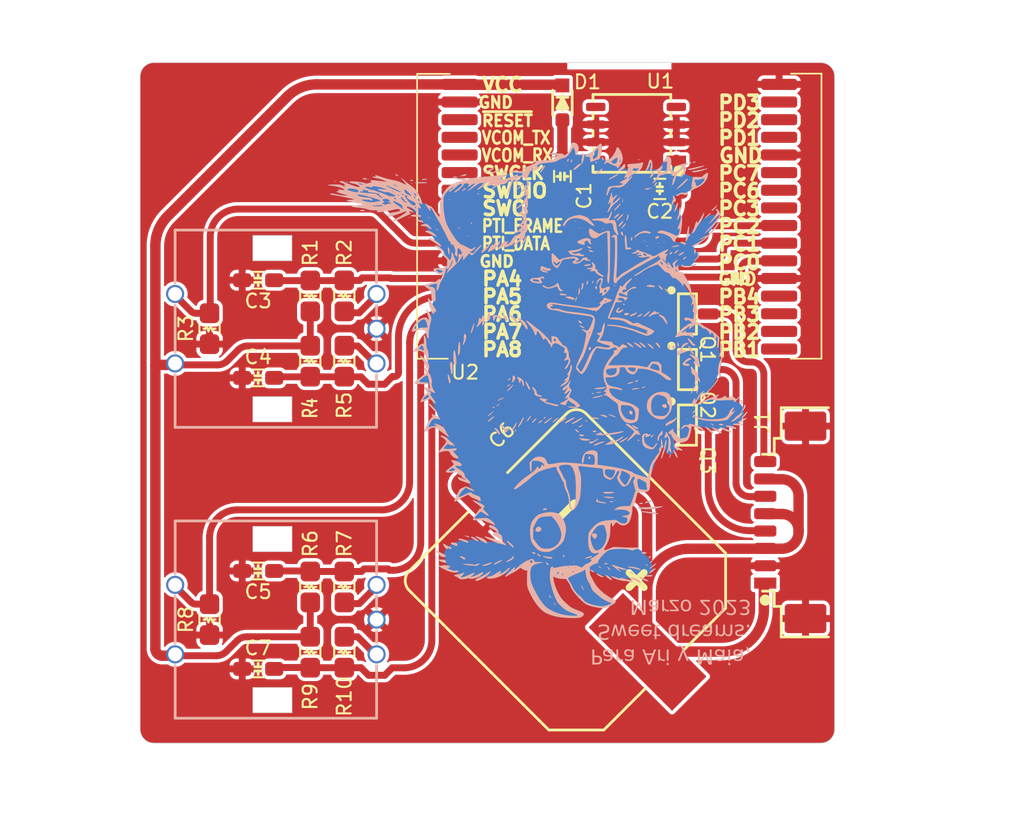
<source format=kicad_pcb>
(kicad_pcb (version 20221018) (generator pcbnew)
  (layers (0 "F.Cu" signal) (31 "B.Cu" signal) (34 "B.Paste" user) (35 "F.Paste" user) (36 "B.SilkS" user "B.Silkscreen") (37 "F.SilkS" user "F.Silkscreen") (38 "B.Mask" user) (39 "F.Mask" user) (44 "Edge.Cuts" user))
  (property "GIT_HASH" "<70cef97>")
  (property "TODAY" "2023-06-29")
  (property "git_hash" "Git hash: <2dc1eef>")
  (net 0 "")
  (net 1 "GND")
  (net 2 "+24V")
  (net 3 "LED0")
  (net 4 "VCC")
  (net 5 "PWM1")
  (net 6 "PWM2")
  (net 7 "ENC0_A")
  (net 8 "BTN0")
  (net 9 "BTN1")
  (net 10 "LED1")
  (net 11 "PWM0")
  (net 12 "LED2")
  (net 13 "Net-(R4-Pad2)")
  (net 14 "ENC1_B")
  (net 15 "Net-(D1-A)")
  (net 26 "Net-(R2-Pad2)")
  (net 27 "Net-(R9-Pad2)")
  (net 34 "Net-(R7-Pad2)")
  (net 38 "ENC0_B")
  (net 39 "ENC1_A")
  (footprint "Gruffalo_Dimmer:0805-R_Handsolder" (layer "F.Cu") (at 89.7 92.3 -90)
    (fp_text reference "R2")
    (fp_text value "10kΩ")
  )
  (footprint "Gruffalo_Dimmer:0805-R_Handsolder" (layer "F.Cu") (at 80 94.66 90)
    (fp_text reference "R3")
    (fp_text value "10kΩ")
  )
  (footprint "Gruffalo_Dimmer:0805-C_Handsolder" (layer "F.Cu") (at 112.41 84.6)
    (fp_text reference "C2")
    (fp_text value "330nF")
  )
  (footprint "Gruffalo_Dimmer:0805-R_Handsolder" (layer "F.Cu") (at 87.25 117.95 -90)
    (fp_text reference "R9")
    (fp_text value "10kΩ")
  )
  (footprint "Gruffalo_Dimmer:SOT-23 - NMOS - GDS" (layer "F.Cu") (at 114.4 93.6 -90)
    (fp_text reference "Q1")
    (fp_text value "2N7002K-7")
  )
  (footprint "Gruffalo_Dimmer:Receptacle - Molex PicoBlade - SMD Right Angle 1x08" (layer "F.Cu") (at 122.9 108.6 90)
    (fp_text reference "J1")
    (fp_text value "Molex PicoBlade 53261-0871 1x08")
  )
  (footprint "Gruffalo_Dimmer:0805-R_Handsolder" (layer "F.Cu") (at 87.25 92.3 -90)
    (fp_text reference "R1")
    (fp_text value "10kΩ")
  )
  (footprint "Gruffalo_Dimmer:0805-R_Handsolder" (layer "F.Cu") (at 87.25 97 -90)
    (fp_text reference "R4")
    (fp_text value "10kΩ")
  )
  (footprint "Gruffalo_Dimmer:0603-1.6x0.8mm-C_Handsolder" (layer "F.Cu") (at 83.5 98.2)
    (fp_text reference "C4")
    (fp_text value "10nF")
  )
  (footprint "Gruffalo_Dimmer:Electrolytic Cap - ⌀16mm, h17mm - SMD - Handsolder" (layer "F.Cu") (at 106.4 112.8 45)
    (fp_text reference "C6")
    (fp_text value "1000μF")
  )
  (footprint "Gruffalo_Dimmer:0603-1.6x0.8mm-C_Handsolder" (layer "F.Cu") (at 83.5 112.1 180)
    (fp_text reference "C5")
    (fp_text value "10nF")
  )
  (footprint "Gruffalo_Dimmer:SOT-23 - NMOS - GDS" (layer "F.Cu") (at 114.4 97.6 -90)
    (fp_text reference "Q2")
    (fp_text value "2N7002K-7")
  )
  (footprint "Gruffalo_Dimmer:0805-R_Handsolder" (layer "F.Cu") (at 87.25 113.25 -90)
    (fp_text reference "R6")
    (fp_text value "10kΩ")
  )
  (footprint "BGM220P_Breakout:BGM220P_Header_SMD" (layer "F.Cu") (at 109.5 86.6)
    (fp_text reference "U2")
    (fp_text value "BGM220P")
  )
  (footprint "Gruffalo_Dimmer:0805-R_Handsolder" (layer "F.Cu") (at 89.7 113.25 -90)
    (fp_text reference "R7")
    (fp_text value "10kΩ")
  )
  (footprint "Gruffalo_Dimmer:0603-1.6x0.8mm-C_Handsolder" (layer "F.Cu") (at 105.4 83.7 90)
    (fp_text reference "C1")
    (fp_text value "100nF")
  )
  (footprint "Gruffalo_Dimmer:D_SOD-323_HandSoldering" (layer "F.Cu") (at 105.4 78.4 -90)
    (fp_text reference "D1")
    (fp_text value "CUS08F30,H3F")
  )
  (footprint "Gruffalo_Dimmer:0603-1.6x0.8mm-C_Handsolder" (layer "F.Cu") (at 83.5 119.15)
    (fp_text reference "C7")
    (fp_text value "10nF")
  )
  (footprint "Gruffalo_Dimmer:0603-1.6x0.8mm-C_Handsolder" (layer "F.Cu") (at 83.5 91.17 180)
    (fp_text reference "C3")
    (fp_text value "10nF")
  )
  (footprint "Gruffalo_Dimmer:SO-8 - 6x4.9mm p1.27mm - L78L33A - ST" (layer "F.Cu") (at 110.7 80.6 90)
    (fp_text reference "U1")
    (fp_text value "L78L33A")
  )
  (footprint "Gruffalo_Dimmer:0805-R_Handsolder" (layer "F.Cu") (at 89.7 97 90)
    (fp_text reference "R5")
    (fp_text value "10kΩ")
  )
  (footprint "Gruffalo_Dimmer:0805-R_Handsolder" (layer "F.Cu") (at 89.7 117.95 90)
    (fp_text reference "R10")
    (fp_text value "10kΩ")
  )
  (footprint "Gruffalo_Dimmer:SOT-23 - NMOS - GDS" (layer "F.Cu") (at 114.4 101.6 -90)
    (fp_text reference "Q3")
    (fp_text value "2N7002K-7")
  )
  (footprint "Gruffalo_Dimmer:0805-R_Handsolder" (layer "F.Cu") (at 80 115.6 90)
    (fp_text reference "R8")
    (fp_text value "10kΩ")
  )
  (footprint "Gruffalo_Dimmer:Rotary Encoder - PEC11R - ∅11mm" (layer "B.Cu") (at 84.52 94.66 90)
    (fp_text reference "SW101" hide)
    (fp_text value "N/A")
    (fp_line (start -6.7 -1.4) (end -4.9 -1.4) (stroke (width 0.05)) (layer "Edge.Cuts"))
    (fp_line (start -6.7 1.4) (end -6.7 -1.4) (stroke (width 0.05)) (layer "Edge.Cuts"))
    (fp_line (start -4.9 -1.4) (end -4.9 1.4) (stroke (width 0.05)) (layer "Edge.Cuts"))
    (fp_line (start -4.9 1.4) (end -6.7 1.4) (stroke (width 0.05)) (layer "Edge.Cuts"))
    (fp_line (start 4.9 -1.4) (end 6.7 -1.4) (stroke (width 0.05)) (layer "Edge.Cuts"))
    (fp_line (start 4.9 1.4) (end 4.9 -1.4) (stroke (width 0.05)) (layer "Edge.Cuts"))
    (fp_line (start 6.7 -1.4) (end 6.7 1.4) (stroke (width 0.05)) (layer "Edge.Cuts"))
    (fp_line (start 6.7 1.4) (end 4.9 1.4) (stroke (width 0.05)) (layer "Edge.Cuts"))
  )
  (footprint "Gruffalo_Dimmer:Rotary Encoder - PEC11R - ∅11mm" (layer "B.Cu") (at 84.525 115.6 90)
    (fp_text reference "SW102" hide)
    (fp_text value "N/A")
    (fp_line (start -6.7 -1.4) (end -4.9 -1.4) (stroke (width 0.05)) (layer "Edge.Cuts"))
    (fp_line (start -6.7 1.4) (end -6.7 -1.4) (stroke (width 0.05)) (layer "Edge.Cuts"))
    (fp_line (start -4.9 -1.4) (end -4.9 1.4) (stroke (width 0.05)) (layer "Edge.Cuts"))
    (fp_line (start -4.9 1.4) (end -6.7 1.4) (stroke (width 0.05)) (layer "Edge.Cuts"))
    (fp_line (start 4.9 -1.4) (end 6.7 -1.4) (stroke (width 0.05)) (layer "Edge.Cuts"))
    (fp_line (start 4.9 1.4) (end 4.9 -1.4) (stroke (width 0.05)) (layer "Edge.Cuts"))
    (fp_line (start 6.7 -1.4) (end 6.7 1.4) (stroke (width 0.05)) (layer "Edge.Cuts"))
    (fp_line (start 6.7 1.4) (end 4.9 1.4) (stroke (width 0.05)) (layer "Edge.Cuts"))
  )
  (footprint "Gruffalo_Dimmer:Gruffalo_Art" (layer "B.Cu") (at 88.534986 115.491988)
    (fp_text reference "G101" hide)
    (fp_text value "PCB Art")
  )
  (gr_arc (start 124 75.5) (mid 124.707107 75.792893) (end 125 76.5) (stroke (width 0.05)) (layer "Edge.Cuts"))
  (gr_line (start 76 75.5) (end 124 75.5) (stroke (width 0.05)) (layer "Edge.Cuts"))
  (gr_line (start 125 76.5) (end 125 123.5) (stroke (width 0.05)) (layer "Edge.Cuts"))
  (gr_arc (start 75 76.5) (mid 75.292893 75.792893) (end 76 75.5) (stroke (width 0.05)) (layer "Edge.Cuts"))
  (gr_arc (start 125 123.5) (mid 124.707107 124.207107) (end 124 124.5) (stroke (width 0.05)) (layer "Edge.Cuts"))
  (gr_line (start 75 123.5) (end 75 76.5) (stroke (width 0.05)) (layer "Edge.Cuts"))
  (gr_arc (start 76 124.5) (mid 75.292893 124.207107) (end 75 123.5) (stroke (width 0.05)) (layer "Edge.Cuts"))
  (gr_line (start 124 124.5) (end 76 124.5) (stroke (width 0.05)) (layer "Edge.Cuts"))
  (gr_text "Para Ari y Maia,\nSweet dreams.\nMarzo 2023" (at 119 114 180) (layer "B.SilkS") (effects (font (size 1.0625 1.0625) (thickness 0.1875)) (justify right bottom mirror)))
  (segment (start 120 110.475) (end 119.975 110.5) (width 0.75) (layer "F.Cu") (net 2))
  (segment (start 109.35 106.6) (end 110 106.6) (width 0.75) (layer "F.Cu") (net 2))
  (segment (start 111.5 114) (end 111.5 108.1) (width 0.75) (layer "F.Cu") (net 2))
  (segment (start 119.9 112.975) (end 119.9 114.903048) (width 0.75) (layer "F.Cu") (net 2))
  (segment (start 111.5 117.9) (end 111.526524 117.926524) (width 0.75) (layer "F.Cu") (net 2))
  (segment (start 122.4 109.2) (end 122.4 106.7) (width 0.75) (layer "F.Cu") (net 2))
  (segment (start 119.975 110.5) (end 114.5 110.5) (width 0.75) (layer "F.Cu") (net 2))
  (segment (start 112.4 86.85) (end 111.85 86.85) (width 0.75) (layer "F.Cu") (net 2))
  (segment (start 120.025 105.5) (end 120 105.475) (width 0.75) (layer "F.Cu") (net 2))
  (segment (start 120.025 108) (end 120 107.975) (width 0.75) (layer "F.Cu") (net 2))
  (segment (start 120.025 110.5) (end 120 110.475) (width 0.75) (layer "F.Cu") (net 2))
  (segment (start 113.6 84.6) (end 113.6 85.65) (width 0.75) (layer "F.Cu") (net 2))
  (segment (start 111.5 114) (end 111.5 117.9) (width 0.75) (layer "F.Cu") (net 2))
  (segment (start 113.6 82.505) (end 113.6 84.6) (width 0.75) (layer "F.Cu") (net 2))
  (segment (start 116.9 117.903048) (end 111.55 117.903048) (width 0.75) (layer "F.Cu") (net 2))
  (segment (start 120.025 110.5) (end 121.2 110.5) (width 0.75) (layer "F.Cu") (net 2))
  (segment (start 107.85 90.85) (end 107.85 105.1) (width 0.75) (layer "F.Cu") (net 2))
  (segment (start 111.55 117.903048) (end 111.526524 117.926524) (width 0.75) (layer "F.Cu") (net 2))
  (segment (start 121.2 105.5) (end 120.025 105.5) (width 0.75) (layer "F.Cu") (net 2))
  (segment (start 121.2 108) (end 120.025 108) (width 0.75) (layer "F.Cu") (net 2))
  (segment (start 122.4 109.3) (end 122.4 109.2) (width 0.75) (layer "F.Cu") (net 2))
  (segment (start 119.9 112.975) (end 119.925 113) (width 0.75) (layer "F.Cu") (net 2))
  (segment (start 111.5 113.5) (end 111.5 114) (width 0.75) (layer "F.Cu") (net 2))
  (arc (start 121.2 108) (mid 122.048528 108.351472) (end 122.4 109.2) (width 0.75) (layer "F.Cu") (net 2))
  (arc (start 122.4 106.7) (mid 122.048528 105.851472) (end 121.2 105.5) (width 0.75) (layer "F.Cu") (net 2))
  (arc (start 121.2 110.5) (mid 122.048528 110.148528) (end 122.4 109.3) (width 0.75) (layer "F.Cu") (net 2))
  (arc (start 114.5 110.5) (mid 112.37868 111.37868) (end 111.5 113.5) (width 0.75) (layer "F.Cu") (net 2))
  (arc (start 112.4 86.85) (mid 113.248528 86.498528) (end 113.6 85.65) (width 0.75) (layer "F.Cu") (net 2))
  (arc (start 107.85 90.85) (mid 109.021573 88.021573) (end 111.85 86.85) (width 0.75) (layer "F.Cu") (net 2))
  (arc (start 107.85 105.1) (mid 108.28934 106.16066) (end 109.35 106.6) (width 0.75) (layer "F.Cu") (net 2))
  (arc (start 111.5 108.1) (mid 111.06066 107.03934) (end 110 106.6) (width 0.75) (layer "F.Cu") (net 2))
  (arc (start 116.9 117.903048) (mid 119.02132 117.024368) (end 119.9 114.903048) (width 0.75) (layer "F.Cu") (net 2))
  (segment (start 119.975 109.2) (end 118.9 109.2) (width 0.5) (layer "F.Cu") (net 3))
  (segment (start 120 109.225) (end 119.975 109.2) (width 0.5) (layer "F.Cu") (net 3))
  (segment (start 115.9 106.2) (end 115.9 101.6) (width 0.5) (layer "F.Cu") (net 3))
  (arc (start 115.9 106.2) (mid 116.77868 108.32132) (end 118.9 109.2) (width 0.5) (layer "F.Cu") (net 3))
  (segment (start 80.571877 97.263909) (end 77.525 97.263909) (width 0.5) (layer "F.Cu") (net 4))
  (segment (start 76.1 88.692641) (end 76.1 97.35) (width 0.75) (layer "F.Cu") (net 4))
  (segment (start 80.485786 118.2) (end 77.525 118.2) (width 0.5) (layer "F.Cu") (net 4))
  (segment (start 87.25 95.901409) (end 82.762805 95.901409) (width 0.5) (layer "F.Cu") (net 4))
  (segment (start 76.186091 97.263909) (end 77.525 97.263909) (width 0.75) (layer "F.Cu") (net 4))
  (segment (start 82.055698 96.194302) (end 81.278984 96.971016) (width 0.5) (layer "F.Cu") (net 4))
  (segment (start 76.6 118.2) (end 77.525 118.2) (width 0.75) (layer "F.Cu") (net 4))
  (segment (start 98.025 77.1) (end 105.35 77.1) (width 0.75) (layer "F.Cu") (net 4))
  (segment (start 87.717641 77.075) (end 98 77.075) (width 0.75) (layer "F.Cu") (net 4))
  (segment (start 87.25 116.8375) (end 82.676714 116.8375) (width 0.5) (layer "F.Cu") (net 4))
  (segment (start 81.969607 117.130393) (end 81.192893 117.907107) (width 0.5) (layer "F.Cu") (net 4))
  (segment (start 85.59632 77.95368) (end 76.978679 86.571321) (width 0.75) (layer "F.Cu") (net 4))
  (segment (start 105.35 77.1) (end 105.4 77.15) (width 0.75) (layer "F.Cu") (net 4))
  (segment (start 87.25 116.8375) (end 87.25 114.3625) (width 0.5) (layer "F.Cu") (net 4))
  (segment (start 87.25 93.426409) (end 87.25 95.901409) (width 0.5) (layer "F.Cu") (net 4))
  (segment (start 76.1 97.35) (end 76.1 117.7) (width 0.75) (layer "F.Cu") (net 4))
  (segment (start 76.1 97.35) (end 76.186091 97.263909) (width 0.75) (layer "F.Cu") (net 4))
  (segment (start 98 77.075) (end 98.025 77.1) (width 0.75) (layer "F.Cu") (net 4))
  (arc (start 76.6 118.2) (mid 76.246447 118.053553) (end 76.1 117.7) (width 0.75) (layer "F.Cu") (net 4))
  (arc (start 76.1 88.692641) (mid 76.328361 87.544591) (end 76.978679 86.571321) (width 0.75) (layer "F.Cu") (net 4))
  (arc (start 82.676714 116.8375) (mid 82.294031 116.91362) (end 81.969607 117.130393) (width 0.5) (layer "F.Cu") (net 4))
  (arc (start 82.762805 95.901409) (mid 82.380122 95.977529) (end 82.055698 96.194302) (width 0.5) (layer "F.Cu") (net 4))
  (arc (start 87.717641 77.075) (mid 86.56959 77.303362) (end 85.59632 77.95368) (width 0.75) (layer "F.Cu") (net 4))
  (arc (start 81.278984 96.971016) (mid 80.954561 97.187789) (end 80.571877 97.263909) (width 0.5) (layer "F.Cu") (net 4))
  (arc (start 81.192893 117.907107) (mid 80.86847 118.12388) (end 80.485786 118.2) (width 0.5) (layer "F.Cu") (net 4))
  (segment (start 112.05 96.65) (end 112.9 96.65) (width 0.5) (layer "F.Cu") (net 5))
  (segment (start 117.5 88.5) (end 117.505 88.505) (width 0.5) (layer "F.Cu") (net 5))
  (segment (start 117 89) (end 117 89.15) (width 0.5) (layer "F.Cu") (net 5))
  (segment (start 113.75 89.65) (end 116.5 89.65) (width 0.5) (layer "F.Cu") (net 5))
  (segment (start 117.505 88.505) (end 121 88.505) (width 0.5) (layer "F.Cu") (net 5))
  (segment (start 111.25 92.15) (end 111.25 95.85) (width 0.5) (layer "F.Cu") (net 5))
  (arc (start 116.5 89.65) (mid 116.853553 89.503553) (end 117 89.15) (width 0.5) (layer "F.Cu") (net 5))
  (arc (start 111.25 95.85) (mid 111.484315 96.415685) (end 112.05 96.65) (width 0.5) (layer "F.Cu") (net 5))
  (arc (start 113.75 89.65) (mid 111.982233 90.382233) (end 111.25 92.15) (width 0.5) (layer "F.Cu") (net 5))
  (arc (start 117.5 88.5) (mid 117.146447 88.646447) (end 117 89) (width 0.5) (layer "F.Cu") (net 5))
  (segment (start 112.9 92.65) (end 112.9 92.15) (width 0.5) (layer "F.Cu") (net 6))
  (segment (start 120.975 89.8) (end 121 89.775) (width 0.5) (layer "F.Cu") (net 6))
  (segment (start 118.3 90.3) (end 118.3 90.45) (width 0.5) (layer "F.Cu") (net 6))
  (segment (start 118.8 89.8) (end 120.975 89.8) (width 0.5) (layer "F.Cu") (net 6))
  (segment (start 117.8 90.95) (end 114.1 90.95) (width 0.5) (layer "F.Cu") (net 6))
  (arc (start 118.8 89.8) (mid 118.446447 89.946447) (end 118.3 90.3) (width 0.5) (layer "F.Cu") (net 6))
  (arc (start 114.1 90.95) (mid 113.251472 91.301472) (end 112.9 92.15) (width 0.5) (layer "F.Cu") (net 6))
  (arc (start 117.8 90.95) (mid 118.153553 90.803553) (end 118.3 90.45) (width 0.5) (layer "F.Cu") (net 6))
  (segment (start 92.95 112.05) (end 93.2 112.05) (width 0.5) (layer "F.Cu") (net 7))
  (segment (start 84.65 112.1) (end 87.2125 112.1) (width 0.5) (layer "F.Cu") (net 7))
  (segment (start 91.125 111.95) (end 92.85 111.95) (width 0.5) (layer "F.Cu") (net 7))
  (segment (start 92.85 111.95) (end 92.95 112.05) (width 0.5) (layer "F.Cu") (net 7))
  (segment (start 96.5 94.9) (end 97.955 94.9) (width 0.5) (layer "F.Cu") (net 7))
  (segment (start 95.2 110.05) (end 95.2 96.2) (width 0.5) (layer "F.Cu") (net 7))
  (segment (start 87.2125 112.1) (end 87.25 112.1375) (width 0.5) (layer "F.Cu") (net 7))
  (segment (start 97.955 94.9) (end 98 94.855) (width 0.5) (layer "F.Cu") (net 7))
  (segment (start 87.25 112.1375) (end 89.7 112.1375) (width 0.5) (layer "F.Cu") (net 7))
  (segment (start 90.9375 112.1375) (end 91.125 111.95) (width 0.5) (layer "F.Cu") (net 7))
  (segment (start 89.7 112.1375) (end 90.9375 112.1375) (width 0.5) (layer "F.Cu") (net 7))
  (arc (start 95.2 96.2) (mid 95.580761 95.280761) (end 96.5 94.9) (width 0.5) (layer "F.Cu") (net 7))
  (arc (start 93.2 112.05) (mid 94.614214 111.464214) (end 95.2 110.05) (width 0.5) (layer "F.Cu") (net 7))
  (segment (start 81.114355 107.904089) (end 81.356345 107.803854) (width 0.5) (layer "F.Cu") (net 8))
  (segment (start 97.985 93.6) (end 98 93.585) (width 0.5) (layer "F.Cu") (net 8))
  (segment (start 81.609348 107.736062) (end 81.869036 107.701873) (width 0.5) (layer "F.Cu") (net 8))
  (segment (start 96.5 93.6) (end 97.985 93.6) (width 0.5) (layer "F.Cu") (net 8))
  (segment (start 80.036062 109.309348) (end 80.103854 109.056345) (width 0.5) (layer "F.Cu") (net 8))
  (segment (start 80.103854 109.056345) (end 80.204089 108.814355) (width 0.5) (layer "F.Cu") (net 8))
  (segment (start 78.666053 114.341053) (end 77.525 113.2) (width 0.5) (layer "F.Cu") (net 8))
  (segment (start 80 109.7) (end 80.001873 109.569036) (width 0.5) (layer "F.Cu") (net 8))
  (segment (start 81.356345 107.803854) (end 81.609348 107.736062) (width 0.5) (layer "F.Cu") (net 8))
  (segment (start 81.869036 107.701873) (end 82 107.7) (width 0.5) (layer "F.Cu") (net 8))
  (segment (start 80.335054 108.587518) (end 80.494505 108.379717) (width 0.5) (layer "F.Cu") (net 8))
  (segment (start 80 114.4875) (end 79.019607 114.4875) (width 0.5) (layer "F.Cu") (net 8))
  (segment (start 80.494505 108.379717) (end 80.679717 108.194505) (width 0.5) (layer "F.Cu") (net 8))
  (segment (start 80.001873 109.569036) (end 80.036062 109.309348) (width 0.5) (layer "F.Cu") (net 8))
  (segment (start 82 107.7) (end 92.4 107.7) (width 0.5) (layer "F.Cu") (net 8))
  (segment (start 80 114.4875) (end 80 109.7) (width 0.5) (layer "F.Cu") (net 8))
  (segment (start 80.887518 108.035054) (end 81.114355 107.904089) (width 0.5) (layer "F.Cu") (net 8))
  (segment (start 80.204089 108.814355) (end 80.335054 108.587518) (width 0.5) (layer "F.Cu") (net 8))
  (segment (start 80.679717 108.194505) (end 80.887518 108.035054) (width 0.5) (layer "F.Cu") (net 8))
  (segment (start 94.4 105.7) (end 94.4 95.7) (width 0.5) (layer "F.Cu") (net 8))
  (arc (start 94.4 105.7) (mid 93.814214 107.114214) (end 92.4 107.7) (width 0.5) (layer "F.Cu") (net 8))
  (arc (start 78.666053 114.341053) (mid 78.828265 114.44944) (end 79.019607 114.4875) (width 0.5) (layer "F.Cu") (net 8))
  (arc (start 94.4 95.7) (mid 95.015076 94.215076) (end 96.5 93.6) (width 0.5) (layer "F.Cu") (net 8))
  (segment (start 92.242893 86.342893) (end 94.112107 88.212107) (width 0.5) (layer "F.Cu") (net 9))
  (segment (start 80 93.551409) (end 80.05 93.501409) (width 0.5) (layer "F.Cu") (net 9))
  (segment (start 80.05 93.501409) (end 80.05 88.05) (width 0.5) (layer "F.Cu") (net 9))
  (segment (start 80 93.551409) (end 79.019607 93.551409) (width 0.5) (layer "F.Cu") (net 9))
  (segment (start 94.819214 88.505) (end 98 88.505) (width 0.5) (layer "F.Cu") (net 9))
  (segment (start 78.666053 93.404962) (end 77.525 92.263909) (width 0.5) (layer "F.Cu") (net 9))
  (segment (start 82.05 86.05) (end 91.535786 86.05) (width 0.5) (layer "F.Cu") (net 9))
  (arc (start 94.112107 88.212107) (mid 94.436531 88.42888) (end 94.819214 88.505) (width 0.5) (layer "F.Cu") (net 9))
  (arc (start 91.535786 86.05) (mid 91.91847 86.12612) (end 92.242893 86.342893) (width 0.5) (layer "F.Cu") (net 9))
  (arc (start 80.05 88.05) (mid 80.635786 86.635786) (end 82.05 86.05) (width 0.5) (layer "F.Cu") (net 9))
  (arc (start 79.019607 93.551409) (mid 78.828265 93.513349) (end 78.666053 93.404962) (width 0.5) (layer "F.Cu") (net 9))
  (segment (start 118.9 106.75) (end 119.975 106.75) (width 0.5) (layer "F.Cu") (net 10))
  (segment (start 117.9 98.6) (end 117.9 105.75) (width 0.5) (layer "F.Cu") (net 10))
  (segment (start 115.9 97.6) (end 116.9 97.6) (width 0.5) (layer "F.Cu") (net 10))
  (segment (start 119.975 106.75) (end 120 106.725) (width 0.5) (layer "F.Cu") (net 10))
  (arc (start 117.9 98.6) (mid 117.607107 97.892893) (end 116.9 97.6) (width 0.5) (layer "F.Cu") (net 10))
  (arc (start 118.9 106.75) (mid 118.192893 106.457107) (end 117.9 105.75) (width 0.5) (layer "F.Cu") (net 10))
  (segment (start 120.985 87.25) (end 121 87.235) (width 0.5) (layer "F.Cu") (net 11))
  (segment (start 116.2 87.25) (end 120.985 87.25) (width 0.5) (layer "F.Cu") (net 11))
  (segment (start 115.7 87.85) (end 115.7 87.75) (width 0.5) (layer "F.Cu") (net 11))
  (segment (start 112.9 100.65) (end 111.95 100.65) (width 0.5) (layer "F.Cu") (net 11))
  (segment (start 109.95 98.65) (end 109.95 92.15) (width 0.5) (layer "F.Cu") (net 11))
  (segment (start 113.75 88.35) (end 115.2 88.35) (width 0.5) (layer "F.Cu") (net 11))
  (arc (start 115.2 88.35) (mid 115.553553 88.203553) (end 115.7 87.85) (width 0.5) (layer "F.Cu") (net 11))
  (arc (start 109.95 98.65) (mid 110.535786 100.064214) (end 111.95 100.65) (width 0.5) (layer "F.Cu") (net 11))
  (arc (start 109.95 92.15) (mid 111.062994 89.462994) (end 113.75 88.35) (width 0.5) (layer "F.Cu") (net 11))
  (arc (start 116.2 87.25) (mid 115.846447 87.396447) (end 115.7 87.75) (width 0.5) (layer "F.Cu") (net 11))
  (segment (start 115.9 93.6) (end 117 93.6) (width 0.5) (layer "F.Cu") (net 12))
  (segment (start 119.9 97.95) (end 119.9 104.225) (width 0.5) (layer "F.Cu") (net 12))
  (segment (start 117.9 96.15) (end 117.9 94.5) (width 0.5) (layer "F.Cu") (net 12))
  (segment (start 119 97.05) (end 118.8 97.05) (width 0.5) (layer "F.Cu") (net 12))
  (arc (start 119.9 97.95) (mid 119.636396 97.313604) (end 119 97.05) (width 0.5) (layer "F.Cu") (net 12))
  (arc (start 118.8 97.05) (mid 118.163604 96.786396) (end 117.9 96.15) (width 0.5) (layer "F.Cu") (net 12))
  (arc (start 117.9 94.5) (mid 117.636396 93.863604) (end 117 93.6) (width 0.5) (layer "F.Cu") (net 12))
  (segment (start 90.6625 116.8375) (end 89.7 116.8375) (width 0.5) (layer "F.Cu") (net 13))
  (segment (start 92.025 118.2) (end 90.6625 116.8375) (width 0.5) (layer "F.Cu") (net 13))
  (segment (start 93.6 97.81) (end 93.6 95.25) (width 0.5) (layer "F.Cu") (net 14))
  (segment (start 96.5 92.35) (end 97.965 92.35) (width 0.5) (layer "F.Cu") (net 14))
  (segment (start 97.965 92.35) (end 98 92.315) (width 0.5) (layer "F.Cu") (net 14))
  (segment (start 89.7 98.126409) (end 87.25 98.126409) (width 0.5) (layer "F.Cu") (net 14))
  (segment (start 84.7375 98.126409) (end 84.65 98.213909) (width 0.5) (layer "F.Cu") (net 14))
  (segment (start 87.25 98.126409) (end 84.7375 98.126409) (width 0.5) (layer "F.Cu") (net 14))
  (segment (start 91.43 98.66) (end 92.6 98.66) (width 0.5) (layer "F.Cu") (net 14))
  (segment (start 90.896409 98.126409) (end 91.43 98.66) (width 0.5) (layer "F.Cu") (net 14))
  (segment (start 92.6 98.66) (end 93.15 98.11) (width 0.5) (layer "F.Cu") (net 14))
  (segment (start 89.7 98.126409) (end 90.896409 98.126409) (width 0.5) (layer "F.Cu") (net 14))
  (segment (start 93.15 98.11) (end 93.3 98.11) (width 0.5) (layer "F.Cu") (net 14))
  (arc (start 93.6 95.25) (mid 94.44939 93.19939) (end 96.5 92.35) (width 0.5) (layer "F.Cu") (net 14))
  (arc (start 93.6 97.81) (mid 93.512132 98.022132) (end 93.3 98.11) (width 0.5) (layer "F.Cu") (net 14))
  (segment (start 105.445 82.505) (end 105.4 82.55) (width 0.75) (layer "F.Cu") (net 15))
  (segment (start 107.8 82.505) (end 105.445 82.505) (width 0.75) (layer "F.Cu") (net 15))
  (segment (start 105.4 79.65) (end 105.4 82.55) (width 0.75) (layer "F.Cu") (net 15))
  (segment (start 92.025 113.2) (end 90.775 114.45) (width 0.5) (layer "F.Cu") (net 26))
  (segment (start 90.775 114.45) (end 89.7 114.45) (width 0.5) (layer "F.Cu") (net 26))
  (segment (start 90.6625 95.901409) (end 92.025 97.263909) (width 0.5) (layer "F.Cu") (net 27))
  (segment (start 89.7 95.901409) (end 90.6625 95.901409) (width 0.5) (layer "F.Cu") (net 27))
  (segment (start 92.025 92.263909) (end 90.775 93.513909) (width 0.5) (layer "F.Cu") (net 34))
  (segment (start 90.775 93.513909) (end 89.7 93.513909) (width 0.5) (layer "F.Cu") (net 34))
  (segment (start 97.975 96.1) (end 98 96.125) (width 0.5) (layer "F.Cu") (net 38))
  (segment (start 90.9025 119.0625) (end 91.45 119.61) (width 0.5) (layer "F.Cu") (net 38))
  (segment (start 87.2375 119.05) (end 87.25 119.0625) (width 0.5) (layer "F.Cu") (net 38))
  (segment (start 84.65 119.05) (end 87.2375 119.05) (width 0.5) (layer "F.Cu") (net 38))
  (segment (start 89.7 119.0625) (end 87.25 119.0625) (width 0.5) (layer "F.Cu") (net 38))
  (segment (start 92.61 119.61) (end 93.15 119.07) (width 0.5) (layer "F.Cu") (net 38))
  (segment (start 89.7 119.0625) (end 90.9025 119.0625) (width 0.5) (layer "F.Cu") (net 38))
  (segment (start 96 117.07) (end 96 96.6) (width 0.5) (layer "F.Cu") (net 38))
  (segment (start 96.5 96.1) (end 97.975 96.1) (width 0.5) (layer "F.Cu") (net 38))
  (segment (start 93.15 119.07) (end 94 119.07) (width 0.5) (layer "F.Cu") (net 38))
  (segment (start 91.45 119.61) (end 92.61 119.61) (width 0.5) (layer "F.Cu") (net 38))
  (arc (start 94 119.07) (mid 95.414214 118.484214) (end 96 117.07) (width 0.5) (layer "F.Cu") (net 38))
  (arc (start 96 96.6) (mid 96.146447 96.246447) (end 96.5 96.1) (width 0.5) (layer "F.Cu") (net 38))
  (segment (start 89.7 91.1875) (end 90.8125 91.1875) (width 0.5) (layer "F.Cu") (net 39))
  (segment (start 87.25 91.201409) (end 84.6875 91.201409) (width 0.5) (layer "F.Cu") (net 39))
  (segment (start 93.045 91.045) (end 98 91.045) (width 0.5) (layer "F.Cu") (net 39))
  (segment (start 84.6875 91.201409) (end 84.65 91.163909) (width 0.5) (layer "F.Cu") (net 39))
  (segment (start 90.8125 91.1875) (end 91 91) (width 0.5) (layer "F.Cu") (net 39))
  (segment (start 91 91) (end 93 91) (width 0.5) (layer "F.Cu") (net 39))
  (segment (start 89.7 91.201409) (end 87.25 91.201409) (width 0.5) (layer "F.Cu") (net 39))
  (segment (start 93 91) (end 93.045 91.045) (width 0.5) (layer "F.Cu") (net 39))
  (zone (net 1) (net_name "GND") (layer "F.Cu") (priority 6) (connect_pads (clearance 0.25)) (min_thickness 0.1) (fill yes (thermal_gap 0.25) (thermal_bridge_width 0.5))
    (polygon (pts (xy 75 75.5) (xy 125 75.5) (xy 125 124.5) (xy 75 124.5)))
  )
)
</source>
